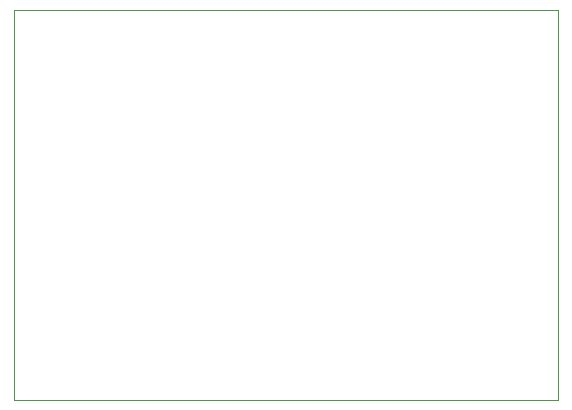
<source format=gm1>
G04 #@! TF.GenerationSoftware,KiCad,Pcbnew,7.0.9-69-ge1c0bddff3*
G04 #@! TF.CreationDate,2024-02-19T10:17:23+01:00*
G04 #@! TF.ProjectId,ASP_Display,4153505f-4469-4737-906c-61792e6b6963,rev?*
G04 #@! TF.SameCoordinates,Original*
G04 #@! TF.FileFunction,Profile,NP*
%FSLAX46Y46*%
G04 Gerber Fmt 4.6, Leading zero omitted, Abs format (unit mm)*
G04 Created by KiCad (PCBNEW 7.0.9-69-ge1c0bddff3) date 2024-02-19 10:17:23*
%MOMM*%
%LPD*%
G01*
G04 APERTURE LIST*
G04 #@! TA.AperFunction,Profile*
%ADD10C,0.100000*%
G04 #@! TD*
G04 APERTURE END LIST*
D10*
X220500000Y-85500000D02*
X266500000Y-85500000D01*
X266500000Y-118500000D01*
X220500000Y-118500000D01*
X220500000Y-85500000D01*
M02*

</source>
